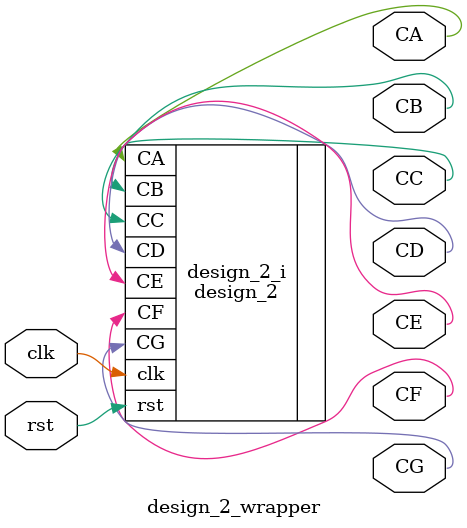
<source format=v>
`timescale 1 ps / 1 ps

module design_2_wrapper
   (CA,
    CB,
    CC,
    CD,
    CE,
    CF,
    CG,
    clk,
    rst);
  output CA;
  output CB;
  output CC;
  output CD;
  output CE;
  output CF;
  output CG;
  input clk;
  input rst;

  wire CA;
  wire CB;
  wire CC;
  wire CD;
  wire CE;
  wire CF;
  wire CG;
  wire clk;
  wire rst;

  design_2 design_2_i
       (.CA(CA),
        .CB(CB),
        .CC(CC),
        .CD(CD),
        .CE(CE),
        .CF(CF),
        .CG(CG),
        .clk(clk),
        .rst(rst));
endmodule

</source>
